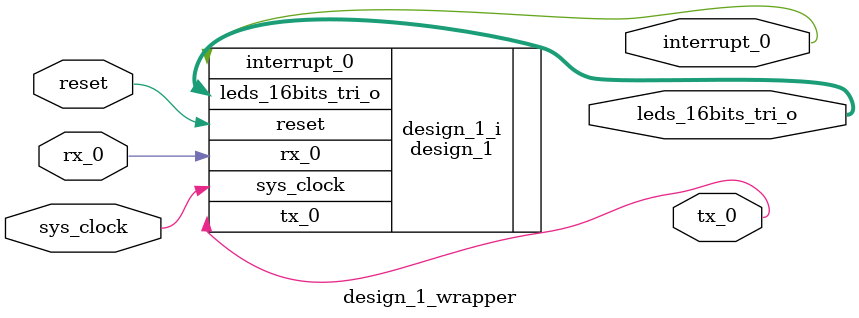
<source format=v>
`timescale 1 ps / 1 ps

module design_1_wrapper
   (interrupt_0,
    leds_16bits_tri_o,
    reset,
    rx_0,
    sys_clock,
    tx_0);
  output interrupt_0;
  output [15:0]leds_16bits_tri_o;
  input reset;
  input rx_0;
  input sys_clock;
  output tx_0;

  wire interrupt_0;
  wire [15:0]leds_16bits_tri_o;
  wire reset;
  wire rx_0;
  wire sys_clock;
  wire tx_0;

  design_1 design_1_i
       (.interrupt_0(interrupt_0),
        .leds_16bits_tri_o(leds_16bits_tri_o),
        .reset(reset),
        .rx_0(rx_0),
        .sys_clock(sys_clock),
        .tx_0(tx_0));
endmodule

</source>
